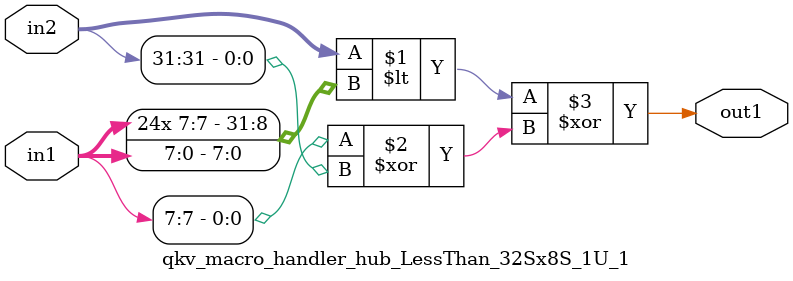
<source format=v>

`timescale 1ps / 1ps


module qkv_macro_handler_hub_LessThan_32Sx8S_1U_1( in2, in1, out1 );

    input [31:0] in2;
    input [7:0] in1;
    output out1;

    
    // rtl_process:qkv_macro_handler_hub_LessThan_32Sx8S_1U_1/qkv_macro_handler_hub_LessThan_32Sx8S_1U_1_thread_1
    assign out1 = (in2 < {{ 24 {in1[7]}}, in1} ^ (in1[7] ^ in2[31]));

endmodule



</source>
